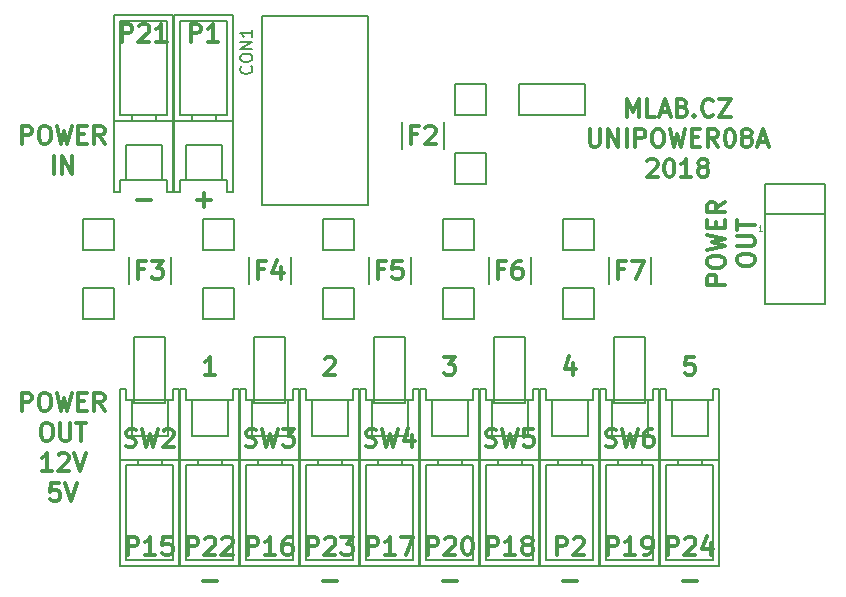
<source format=gbr>
G04 #@! TF.GenerationSoftware,KiCad,Pcbnew,(2017-02-05 revision 431abcf)-makepkg*
G04 #@! TF.CreationDate,2017-12-01T10:04:17+01:00*
G04 #@! TF.ProjectId,UNIPOWER08A,554E49504F5745523038412E6B696361,REV*
G04 #@! TF.FileFunction,Legend,Top*
G04 #@! TF.FilePolarity,Positive*
%FSLAX46Y46*%
G04 Gerber Fmt 4.6, Leading zero omitted, Abs format (unit mm)*
G04 Created by KiCad (PCBNEW (2017-02-05 revision 431abcf)-makepkg) date 12/01/17 10:04:17*
%MOMM*%
%LPD*%
G01*
G04 APERTURE LIST*
%ADD10C,0.300000*%
%ADD11C,0.150000*%
%ADD12C,0.127000*%
%ADD13C,0.304800*%
%ADD14C,0.203200*%
%ADD15C,0.050000*%
G04 APERTURE END LIST*
D10*
X131000571Y-88245142D02*
X132143428Y-88245142D01*
X131572000Y-88816571D02*
X131572000Y-87673714D01*
X125920571Y-88245142D02*
X127063428Y-88245142D01*
X167382571Y-81186571D02*
X167382571Y-79686571D01*
X167882571Y-80758000D01*
X168382571Y-79686571D01*
X168382571Y-81186571D01*
X169811142Y-81186571D02*
X169096857Y-81186571D01*
X169096857Y-79686571D01*
X170239714Y-80758000D02*
X170954000Y-80758000D01*
X170096857Y-81186571D02*
X170596857Y-79686571D01*
X171096857Y-81186571D01*
X172096857Y-80400857D02*
X172311142Y-80472285D01*
X172382571Y-80543714D01*
X172454000Y-80686571D01*
X172454000Y-80900857D01*
X172382571Y-81043714D01*
X172311142Y-81115142D01*
X172168285Y-81186571D01*
X171596857Y-81186571D01*
X171596857Y-79686571D01*
X172096857Y-79686571D01*
X172239714Y-79758000D01*
X172311142Y-79829428D01*
X172382571Y-79972285D01*
X172382571Y-80115142D01*
X172311142Y-80258000D01*
X172239714Y-80329428D01*
X172096857Y-80400857D01*
X171596857Y-80400857D01*
X173096857Y-81043714D02*
X173168285Y-81115142D01*
X173096857Y-81186571D01*
X173025428Y-81115142D01*
X173096857Y-81043714D01*
X173096857Y-81186571D01*
X174668285Y-81043714D02*
X174596857Y-81115142D01*
X174382571Y-81186571D01*
X174239714Y-81186571D01*
X174025428Y-81115142D01*
X173882571Y-80972285D01*
X173811142Y-80829428D01*
X173739714Y-80543714D01*
X173739714Y-80329428D01*
X173811142Y-80043714D01*
X173882571Y-79900857D01*
X174025428Y-79758000D01*
X174239714Y-79686571D01*
X174382571Y-79686571D01*
X174596857Y-79758000D01*
X174668285Y-79829428D01*
X175168285Y-79686571D02*
X176168285Y-79686571D01*
X175168285Y-81186571D01*
X176168285Y-81186571D01*
X164239714Y-82236571D02*
X164239714Y-83450857D01*
X164311142Y-83593714D01*
X164382571Y-83665142D01*
X164525428Y-83736571D01*
X164811142Y-83736571D01*
X164954000Y-83665142D01*
X165025428Y-83593714D01*
X165096857Y-83450857D01*
X165096857Y-82236571D01*
X165811142Y-83736571D02*
X165811142Y-82236571D01*
X166668285Y-83736571D01*
X166668285Y-82236571D01*
X167382571Y-83736571D02*
X167382571Y-82236571D01*
X168096857Y-83736571D02*
X168096857Y-82236571D01*
X168668285Y-82236571D01*
X168811142Y-82308000D01*
X168882571Y-82379428D01*
X168954000Y-82522285D01*
X168954000Y-82736571D01*
X168882571Y-82879428D01*
X168811142Y-82950857D01*
X168668285Y-83022285D01*
X168096857Y-83022285D01*
X169882571Y-82236571D02*
X170168285Y-82236571D01*
X170311142Y-82308000D01*
X170454000Y-82450857D01*
X170525428Y-82736571D01*
X170525428Y-83236571D01*
X170454000Y-83522285D01*
X170311142Y-83665142D01*
X170168285Y-83736571D01*
X169882571Y-83736571D01*
X169739714Y-83665142D01*
X169596857Y-83522285D01*
X169525428Y-83236571D01*
X169525428Y-82736571D01*
X169596857Y-82450857D01*
X169739714Y-82308000D01*
X169882571Y-82236571D01*
X171025428Y-82236571D02*
X171382571Y-83736571D01*
X171668285Y-82665142D01*
X171954000Y-83736571D01*
X172311142Y-82236571D01*
X172882571Y-82950857D02*
X173382571Y-82950857D01*
X173596857Y-83736571D02*
X172882571Y-83736571D01*
X172882571Y-82236571D01*
X173596857Y-82236571D01*
X175096857Y-83736571D02*
X174596857Y-83022285D01*
X174239714Y-83736571D02*
X174239714Y-82236571D01*
X174811142Y-82236571D01*
X174954000Y-82308000D01*
X175025428Y-82379428D01*
X175096857Y-82522285D01*
X175096857Y-82736571D01*
X175025428Y-82879428D01*
X174954000Y-82950857D01*
X174811142Y-83022285D01*
X174239714Y-83022285D01*
X176025428Y-82236571D02*
X176168285Y-82236571D01*
X176311142Y-82308000D01*
X176382571Y-82379428D01*
X176454000Y-82522285D01*
X176525428Y-82808000D01*
X176525428Y-83165142D01*
X176454000Y-83450857D01*
X176382571Y-83593714D01*
X176311142Y-83665142D01*
X176168285Y-83736571D01*
X176025428Y-83736571D01*
X175882571Y-83665142D01*
X175811142Y-83593714D01*
X175739714Y-83450857D01*
X175668285Y-83165142D01*
X175668285Y-82808000D01*
X175739714Y-82522285D01*
X175811142Y-82379428D01*
X175882571Y-82308000D01*
X176025428Y-82236571D01*
X177382571Y-82879428D02*
X177239714Y-82808000D01*
X177168285Y-82736571D01*
X177096857Y-82593714D01*
X177096857Y-82522285D01*
X177168285Y-82379428D01*
X177239714Y-82308000D01*
X177382571Y-82236571D01*
X177668285Y-82236571D01*
X177811142Y-82308000D01*
X177882571Y-82379428D01*
X177954000Y-82522285D01*
X177954000Y-82593714D01*
X177882571Y-82736571D01*
X177811142Y-82808000D01*
X177668285Y-82879428D01*
X177382571Y-82879428D01*
X177239714Y-82950857D01*
X177168285Y-83022285D01*
X177096857Y-83165142D01*
X177096857Y-83450857D01*
X177168285Y-83593714D01*
X177239714Y-83665142D01*
X177382571Y-83736571D01*
X177668285Y-83736571D01*
X177811142Y-83665142D01*
X177882571Y-83593714D01*
X177954000Y-83450857D01*
X177954000Y-83165142D01*
X177882571Y-83022285D01*
X177811142Y-82950857D01*
X177668285Y-82879428D01*
X178525428Y-83308000D02*
X179239714Y-83308000D01*
X178382571Y-83736571D02*
X178882571Y-82236571D01*
X179382571Y-83736571D01*
X169132571Y-84929428D02*
X169204000Y-84858000D01*
X169346857Y-84786571D01*
X169704000Y-84786571D01*
X169846857Y-84858000D01*
X169918285Y-84929428D01*
X169989714Y-85072285D01*
X169989714Y-85215142D01*
X169918285Y-85429428D01*
X169061142Y-86286571D01*
X169989714Y-86286571D01*
X170918285Y-84786571D02*
X171061142Y-84786571D01*
X171204000Y-84858000D01*
X171275428Y-84929428D01*
X171346857Y-85072285D01*
X171418285Y-85358000D01*
X171418285Y-85715142D01*
X171346857Y-86000857D01*
X171275428Y-86143714D01*
X171204000Y-86215142D01*
X171061142Y-86286571D01*
X170918285Y-86286571D01*
X170775428Y-86215142D01*
X170704000Y-86143714D01*
X170632571Y-86000857D01*
X170561142Y-85715142D01*
X170561142Y-85358000D01*
X170632571Y-85072285D01*
X170704000Y-84929428D01*
X170775428Y-84858000D01*
X170918285Y-84786571D01*
X172846857Y-86286571D02*
X171989714Y-86286571D01*
X172418285Y-86286571D02*
X172418285Y-84786571D01*
X172275428Y-85000857D01*
X172132571Y-85143714D01*
X171989714Y-85215142D01*
X173704000Y-85429428D02*
X173561142Y-85358000D01*
X173489714Y-85286571D01*
X173418285Y-85143714D01*
X173418285Y-85072285D01*
X173489714Y-84929428D01*
X173561142Y-84858000D01*
X173704000Y-84786571D01*
X173989714Y-84786571D01*
X174132571Y-84858000D01*
X174204000Y-84929428D01*
X174275428Y-85072285D01*
X174275428Y-85143714D01*
X174204000Y-85286571D01*
X174132571Y-85358000D01*
X173989714Y-85429428D01*
X173704000Y-85429428D01*
X173561142Y-85500857D01*
X173489714Y-85572285D01*
X173418285Y-85715142D01*
X173418285Y-86000857D01*
X173489714Y-86143714D01*
X173561142Y-86215142D01*
X173704000Y-86286571D01*
X173989714Y-86286571D01*
X174132571Y-86215142D01*
X174204000Y-86143714D01*
X174275428Y-86000857D01*
X174275428Y-85715142D01*
X174204000Y-85572285D01*
X174132571Y-85500857D01*
X173989714Y-85429428D01*
X116169714Y-83477571D02*
X116169714Y-81977571D01*
X116741142Y-81977571D01*
X116884000Y-82049000D01*
X116955428Y-82120428D01*
X117026857Y-82263285D01*
X117026857Y-82477571D01*
X116955428Y-82620428D01*
X116884000Y-82691857D01*
X116741142Y-82763285D01*
X116169714Y-82763285D01*
X117955428Y-81977571D02*
X118241142Y-81977571D01*
X118384000Y-82049000D01*
X118526857Y-82191857D01*
X118598285Y-82477571D01*
X118598285Y-82977571D01*
X118526857Y-83263285D01*
X118384000Y-83406142D01*
X118241142Y-83477571D01*
X117955428Y-83477571D01*
X117812571Y-83406142D01*
X117669714Y-83263285D01*
X117598285Y-82977571D01*
X117598285Y-82477571D01*
X117669714Y-82191857D01*
X117812571Y-82049000D01*
X117955428Y-81977571D01*
X119098285Y-81977571D02*
X119455428Y-83477571D01*
X119741142Y-82406142D01*
X120026857Y-83477571D01*
X120384000Y-81977571D01*
X120955428Y-82691857D02*
X121455428Y-82691857D01*
X121669714Y-83477571D02*
X120955428Y-83477571D01*
X120955428Y-81977571D01*
X121669714Y-81977571D01*
X123169714Y-83477571D02*
X122669714Y-82763285D01*
X122312571Y-83477571D02*
X122312571Y-81977571D01*
X122884000Y-81977571D01*
X123026857Y-82049000D01*
X123098285Y-82120428D01*
X123169714Y-82263285D01*
X123169714Y-82477571D01*
X123098285Y-82620428D01*
X123026857Y-82691857D01*
X122884000Y-82763285D01*
X122312571Y-82763285D01*
X118848285Y-86027571D02*
X118848285Y-84527571D01*
X119562571Y-86027571D02*
X119562571Y-84527571D01*
X120419714Y-86027571D01*
X120419714Y-84527571D01*
X116169714Y-106073571D02*
X116169714Y-104573571D01*
X116741142Y-104573571D01*
X116884000Y-104645000D01*
X116955428Y-104716428D01*
X117026857Y-104859285D01*
X117026857Y-105073571D01*
X116955428Y-105216428D01*
X116884000Y-105287857D01*
X116741142Y-105359285D01*
X116169714Y-105359285D01*
X117955428Y-104573571D02*
X118241142Y-104573571D01*
X118384000Y-104645000D01*
X118526857Y-104787857D01*
X118598285Y-105073571D01*
X118598285Y-105573571D01*
X118526857Y-105859285D01*
X118384000Y-106002142D01*
X118241142Y-106073571D01*
X117955428Y-106073571D01*
X117812571Y-106002142D01*
X117669714Y-105859285D01*
X117598285Y-105573571D01*
X117598285Y-105073571D01*
X117669714Y-104787857D01*
X117812571Y-104645000D01*
X117955428Y-104573571D01*
X119098285Y-104573571D02*
X119455428Y-106073571D01*
X119741142Y-105002142D01*
X120026857Y-106073571D01*
X120384000Y-104573571D01*
X120955428Y-105287857D02*
X121455428Y-105287857D01*
X121669714Y-106073571D02*
X120955428Y-106073571D01*
X120955428Y-104573571D01*
X121669714Y-104573571D01*
X123169714Y-106073571D02*
X122669714Y-105359285D01*
X122312571Y-106073571D02*
X122312571Y-104573571D01*
X122884000Y-104573571D01*
X123026857Y-104645000D01*
X123098285Y-104716428D01*
X123169714Y-104859285D01*
X123169714Y-105073571D01*
X123098285Y-105216428D01*
X123026857Y-105287857D01*
X122884000Y-105359285D01*
X122312571Y-105359285D01*
X118134000Y-107123571D02*
X118419714Y-107123571D01*
X118562571Y-107195000D01*
X118705428Y-107337857D01*
X118776857Y-107623571D01*
X118776857Y-108123571D01*
X118705428Y-108409285D01*
X118562571Y-108552142D01*
X118419714Y-108623571D01*
X118134000Y-108623571D01*
X117991142Y-108552142D01*
X117848285Y-108409285D01*
X117776857Y-108123571D01*
X117776857Y-107623571D01*
X117848285Y-107337857D01*
X117991142Y-107195000D01*
X118134000Y-107123571D01*
X119419714Y-107123571D02*
X119419714Y-108337857D01*
X119491142Y-108480714D01*
X119562571Y-108552142D01*
X119705428Y-108623571D01*
X119991142Y-108623571D01*
X120134000Y-108552142D01*
X120205428Y-108480714D01*
X120276857Y-108337857D01*
X120276857Y-107123571D01*
X120776857Y-107123571D02*
X121634000Y-107123571D01*
X121205428Y-108623571D02*
X121205428Y-107123571D01*
X118705428Y-111173571D02*
X117848285Y-111173571D01*
X118276857Y-111173571D02*
X118276857Y-109673571D01*
X118134000Y-109887857D01*
X117991142Y-110030714D01*
X117848285Y-110102142D01*
X119276857Y-109816428D02*
X119348285Y-109745000D01*
X119491142Y-109673571D01*
X119848285Y-109673571D01*
X119991142Y-109745000D01*
X120062571Y-109816428D01*
X120134000Y-109959285D01*
X120134000Y-110102142D01*
X120062571Y-110316428D01*
X119205428Y-111173571D01*
X120134000Y-111173571D01*
X120562571Y-109673571D02*
X121062571Y-111173571D01*
X121562571Y-109673571D01*
X119348285Y-112223571D02*
X118634000Y-112223571D01*
X118562571Y-112937857D01*
X118634000Y-112866428D01*
X118776857Y-112795000D01*
X119134000Y-112795000D01*
X119276857Y-112866428D01*
X119348285Y-112937857D01*
X119419714Y-113080714D01*
X119419714Y-113437857D01*
X119348285Y-113580714D01*
X119276857Y-113652142D01*
X119134000Y-113723571D01*
X118776857Y-113723571D01*
X118634000Y-113652142D01*
X118562571Y-113580714D01*
X119848285Y-112223571D02*
X120348285Y-113723571D01*
X120848285Y-112223571D01*
X173077142Y-101540571D02*
X172362857Y-101540571D01*
X172291428Y-102254857D01*
X172362857Y-102183428D01*
X172505714Y-102112000D01*
X172862857Y-102112000D01*
X173005714Y-102183428D01*
X173077142Y-102254857D01*
X173148571Y-102397714D01*
X173148571Y-102754857D01*
X173077142Y-102897714D01*
X173005714Y-102969142D01*
X172862857Y-103040571D01*
X172505714Y-103040571D01*
X172362857Y-102969142D01*
X172291428Y-102897714D01*
X162845714Y-102040571D02*
X162845714Y-103040571D01*
X162488571Y-101469142D02*
X162131428Y-102540571D01*
X163060000Y-102540571D01*
X151900000Y-101540571D02*
X152828571Y-101540571D01*
X152328571Y-102112000D01*
X152542857Y-102112000D01*
X152685714Y-102183428D01*
X152757142Y-102254857D01*
X152828571Y-102397714D01*
X152828571Y-102754857D01*
X152757142Y-102897714D01*
X152685714Y-102969142D01*
X152542857Y-103040571D01*
X152114285Y-103040571D01*
X151971428Y-102969142D01*
X151900000Y-102897714D01*
X141811428Y-101683428D02*
X141882857Y-101612000D01*
X142025714Y-101540571D01*
X142382857Y-101540571D01*
X142525714Y-101612000D01*
X142597142Y-101683428D01*
X142668571Y-101826285D01*
X142668571Y-101969142D01*
X142597142Y-102183428D01*
X141740000Y-103040571D01*
X142668571Y-103040571D01*
X132508571Y-103040571D02*
X131651428Y-103040571D01*
X132080000Y-103040571D02*
X132080000Y-101540571D01*
X131937142Y-101754857D01*
X131794285Y-101897714D01*
X131651428Y-101969142D01*
X175679571Y-95412285D02*
X174179571Y-95412285D01*
X174179571Y-94840857D01*
X174251000Y-94698000D01*
X174322428Y-94626571D01*
X174465285Y-94555142D01*
X174679571Y-94555142D01*
X174822428Y-94626571D01*
X174893857Y-94698000D01*
X174965285Y-94840857D01*
X174965285Y-95412285D01*
X174179571Y-93626571D02*
X174179571Y-93340857D01*
X174251000Y-93198000D01*
X174393857Y-93055142D01*
X174679571Y-92983714D01*
X175179571Y-92983714D01*
X175465285Y-93055142D01*
X175608142Y-93198000D01*
X175679571Y-93340857D01*
X175679571Y-93626571D01*
X175608142Y-93769428D01*
X175465285Y-93912285D01*
X175179571Y-93983714D01*
X174679571Y-93983714D01*
X174393857Y-93912285D01*
X174251000Y-93769428D01*
X174179571Y-93626571D01*
X174179571Y-92483714D02*
X175679571Y-92126571D01*
X174608142Y-91840857D01*
X175679571Y-91555142D01*
X174179571Y-91198000D01*
X174893857Y-90626571D02*
X174893857Y-90126571D01*
X175679571Y-89912285D02*
X175679571Y-90626571D01*
X174179571Y-90626571D01*
X174179571Y-89912285D01*
X175679571Y-88412285D02*
X174965285Y-88912285D01*
X175679571Y-89269428D02*
X174179571Y-89269428D01*
X174179571Y-88698000D01*
X174251000Y-88555142D01*
X174322428Y-88483714D01*
X174465285Y-88412285D01*
X174679571Y-88412285D01*
X174822428Y-88483714D01*
X174893857Y-88555142D01*
X174965285Y-88698000D01*
X174965285Y-89269428D01*
X176729571Y-93448000D02*
X176729571Y-93162285D01*
X176801000Y-93019428D01*
X176943857Y-92876571D01*
X177229571Y-92805142D01*
X177729571Y-92805142D01*
X178015285Y-92876571D01*
X178158142Y-93019428D01*
X178229571Y-93162285D01*
X178229571Y-93448000D01*
X178158142Y-93590857D01*
X178015285Y-93733714D01*
X177729571Y-93805142D01*
X177229571Y-93805142D01*
X176943857Y-93733714D01*
X176801000Y-93590857D01*
X176729571Y-93448000D01*
X176729571Y-92162285D02*
X177943857Y-92162285D01*
X178086714Y-92090857D01*
X178158142Y-92019428D01*
X178229571Y-91876571D01*
X178229571Y-91590857D01*
X178158142Y-91448000D01*
X178086714Y-91376571D01*
X177943857Y-91305142D01*
X176729571Y-91305142D01*
X176729571Y-90805142D02*
X176729571Y-89948000D01*
X178229571Y-90376571D02*
X176729571Y-90376571D01*
X172148571Y-120503142D02*
X173291428Y-120503142D01*
X161988571Y-120503142D02*
X163131428Y-120503142D01*
X151828571Y-120503142D02*
X152971428Y-120503142D01*
X141668571Y-120503142D02*
X142811428Y-120503142D01*
X131508571Y-120503142D02*
X132651428Y-120503142D01*
D11*
X151892000Y-81661000D02*
X151892000Y-83947000D01*
X148336000Y-81661000D02*
X148336000Y-83947000D01*
X128778000Y-95377000D02*
X128778000Y-93091000D01*
X125222000Y-95377000D02*
X125222000Y-93091000D01*
X138938000Y-95377000D02*
X138938000Y-93091000D01*
X135382000Y-95377000D02*
X135382000Y-93091000D01*
X145542000Y-95377000D02*
X145542000Y-93091000D01*
X149098000Y-95377000D02*
X149098000Y-93091000D01*
X155702000Y-95377000D02*
X155702000Y-93091000D01*
X159258000Y-95377000D02*
X159258000Y-93091000D01*
X134072000Y-72550000D02*
X134072000Y-81550000D01*
X129072000Y-81550000D02*
X129072000Y-72550000D01*
X134072000Y-81550000D02*
X134072000Y-87550000D01*
X133572000Y-73049900D02*
X133572000Y-81049900D01*
X133072000Y-83550000D02*
X133072000Y-86550000D01*
X129072000Y-81550000D02*
X129072000Y-87550000D01*
X129572000Y-73049900D02*
X129572000Y-81049900D01*
X130072000Y-83550000D02*
X130072000Y-86550000D01*
X133572000Y-86550000D02*
X133572000Y-87550000D01*
X132572000Y-81049900D02*
X132572000Y-81550000D01*
X129572000Y-86550000D02*
X129572000Y-87550000D01*
X130572000Y-81049900D02*
X130572000Y-81550000D01*
X129572000Y-73049900D02*
X133572000Y-73049900D01*
X133572000Y-81049900D02*
X129572000Y-81049900D01*
X130071900Y-83550000D02*
X133072100Y-83550000D01*
X133572000Y-86550000D02*
X129572000Y-86550000D01*
X129071900Y-72550000D02*
X134072100Y-72550000D01*
X129071900Y-81550000D02*
X134072100Y-81550000D01*
X133572000Y-87550000D02*
X134072000Y-87550000D01*
X129072000Y-87550000D02*
X129572000Y-87550000D01*
X165060000Y-104220000D02*
X164560000Y-104220000D01*
X160560000Y-104220000D02*
X160060000Y-104220000D01*
X165060100Y-110220000D02*
X160059900Y-110220000D01*
X165060100Y-119220000D02*
X160059900Y-119220000D01*
X160560000Y-105220000D02*
X164560000Y-105220000D01*
X164060100Y-108220000D02*
X161059900Y-108220000D01*
X160560000Y-110720100D02*
X164560000Y-110720100D01*
X164560000Y-118720100D02*
X160560000Y-118720100D01*
X163560000Y-110720100D02*
X163560000Y-110220000D01*
X164560000Y-105220000D02*
X164560000Y-104220000D01*
X161560000Y-110720100D02*
X161560000Y-110220000D01*
X160560000Y-105220000D02*
X160560000Y-104220000D01*
X164060000Y-108220000D02*
X164060000Y-105220000D01*
X164560000Y-118720100D02*
X164560000Y-110720100D01*
X165060000Y-110220000D02*
X165060000Y-104220000D01*
X161060000Y-108220000D02*
X161060000Y-105220000D01*
X160560000Y-118720100D02*
X160560000Y-110720100D01*
X160060000Y-110220000D02*
X160060000Y-104220000D01*
X165060000Y-110220000D02*
X165060000Y-119220000D01*
X160060000Y-119220000D02*
X160060000Y-110220000D01*
X124500000Y-119220000D02*
X124500000Y-110220000D01*
X129500000Y-110220000D02*
X129500000Y-119220000D01*
X124500000Y-110220000D02*
X124500000Y-104220000D01*
X125000000Y-118720100D02*
X125000000Y-110720100D01*
X125500000Y-108220000D02*
X125500000Y-105220000D01*
X129500000Y-110220000D02*
X129500000Y-104220000D01*
X129000000Y-118720100D02*
X129000000Y-110720100D01*
X128500000Y-108220000D02*
X128500000Y-105220000D01*
X125000000Y-105220000D02*
X125000000Y-104220000D01*
X126000000Y-110720100D02*
X126000000Y-110220000D01*
X129000000Y-105220000D02*
X129000000Y-104220000D01*
X128000000Y-110720100D02*
X128000000Y-110220000D01*
X129000000Y-118720100D02*
X125000000Y-118720100D01*
X125000000Y-110720100D02*
X129000000Y-110720100D01*
X128500100Y-108220000D02*
X125499900Y-108220000D01*
X125000000Y-105220000D02*
X129000000Y-105220000D01*
X129500100Y-119220000D02*
X124499900Y-119220000D01*
X129500100Y-110220000D02*
X124499900Y-110220000D01*
X125000000Y-104220000D02*
X124500000Y-104220000D01*
X129500000Y-104220000D02*
X129000000Y-104220000D01*
X139660000Y-104220000D02*
X139160000Y-104220000D01*
X135160000Y-104220000D02*
X134660000Y-104220000D01*
X139660100Y-110220000D02*
X134659900Y-110220000D01*
X139660100Y-119220000D02*
X134659900Y-119220000D01*
X135160000Y-105220000D02*
X139160000Y-105220000D01*
X138660100Y-108220000D02*
X135659900Y-108220000D01*
X135160000Y-110720100D02*
X139160000Y-110720100D01*
X139160000Y-118720100D02*
X135160000Y-118720100D01*
X138160000Y-110720100D02*
X138160000Y-110220000D01*
X139160000Y-105220000D02*
X139160000Y-104220000D01*
X136160000Y-110720100D02*
X136160000Y-110220000D01*
X135160000Y-105220000D02*
X135160000Y-104220000D01*
X138660000Y-108220000D02*
X138660000Y-105220000D01*
X139160000Y-118720100D02*
X139160000Y-110720100D01*
X139660000Y-110220000D02*
X139660000Y-104220000D01*
X135660000Y-108220000D02*
X135660000Y-105220000D01*
X135160000Y-118720100D02*
X135160000Y-110720100D01*
X134660000Y-110220000D02*
X134660000Y-104220000D01*
X139660000Y-110220000D02*
X139660000Y-119220000D01*
X134660000Y-119220000D02*
X134660000Y-110220000D01*
X144820000Y-119220000D02*
X144820000Y-110220000D01*
X149820000Y-110220000D02*
X149820000Y-119220000D01*
X144820000Y-110220000D02*
X144820000Y-104220000D01*
X145320000Y-118720100D02*
X145320000Y-110720100D01*
X145820000Y-108220000D02*
X145820000Y-105220000D01*
X149820000Y-110220000D02*
X149820000Y-104220000D01*
X149320000Y-118720100D02*
X149320000Y-110720100D01*
X148820000Y-108220000D02*
X148820000Y-105220000D01*
X145320000Y-105220000D02*
X145320000Y-104220000D01*
X146320000Y-110720100D02*
X146320000Y-110220000D01*
X149320000Y-105220000D02*
X149320000Y-104220000D01*
X148320000Y-110720100D02*
X148320000Y-110220000D01*
X149320000Y-118720100D02*
X145320000Y-118720100D01*
X145320000Y-110720100D02*
X149320000Y-110720100D01*
X148820100Y-108220000D02*
X145819900Y-108220000D01*
X145320000Y-105220000D02*
X149320000Y-105220000D01*
X149820100Y-119220000D02*
X144819900Y-119220000D01*
X149820100Y-110220000D02*
X144819900Y-110220000D01*
X145320000Y-104220000D02*
X144820000Y-104220000D01*
X149820000Y-104220000D02*
X149320000Y-104220000D01*
X154980000Y-119220000D02*
X154980000Y-110220000D01*
X159980000Y-110220000D02*
X159980000Y-119220000D01*
X154980000Y-110220000D02*
X154980000Y-104220000D01*
X155480000Y-118720100D02*
X155480000Y-110720100D01*
X155980000Y-108220000D02*
X155980000Y-105220000D01*
X159980000Y-110220000D02*
X159980000Y-104220000D01*
X159480000Y-118720100D02*
X159480000Y-110720100D01*
X158980000Y-108220000D02*
X158980000Y-105220000D01*
X155480000Y-105220000D02*
X155480000Y-104220000D01*
X156480000Y-110720100D02*
X156480000Y-110220000D01*
X159480000Y-105220000D02*
X159480000Y-104220000D01*
X158480000Y-110720100D02*
X158480000Y-110220000D01*
X159480000Y-118720100D02*
X155480000Y-118720100D01*
X155480000Y-110720100D02*
X159480000Y-110720100D01*
X158980100Y-108220000D02*
X155979900Y-108220000D01*
X155480000Y-105220000D02*
X159480000Y-105220000D01*
X159980100Y-119220000D02*
X154979900Y-119220000D01*
X159980100Y-110220000D02*
X154979900Y-110220000D01*
X155480000Y-104220000D02*
X154980000Y-104220000D01*
X159980000Y-104220000D02*
X159480000Y-104220000D01*
X170140000Y-104220000D02*
X169640000Y-104220000D01*
X165640000Y-104220000D02*
X165140000Y-104220000D01*
X170140100Y-110220000D02*
X165139900Y-110220000D01*
X170140100Y-119220000D02*
X165139900Y-119220000D01*
X165640000Y-105220000D02*
X169640000Y-105220000D01*
X169140100Y-108220000D02*
X166139900Y-108220000D01*
X165640000Y-110720100D02*
X169640000Y-110720100D01*
X169640000Y-118720100D02*
X165640000Y-118720100D01*
X168640000Y-110720100D02*
X168640000Y-110220000D01*
X169640000Y-105220000D02*
X169640000Y-104220000D01*
X166640000Y-110720100D02*
X166640000Y-110220000D01*
X165640000Y-105220000D02*
X165640000Y-104220000D01*
X169140000Y-108220000D02*
X169140000Y-105220000D01*
X169640000Y-118720100D02*
X169640000Y-110720100D01*
X170140000Y-110220000D02*
X170140000Y-104220000D01*
X166140000Y-108220000D02*
X166140000Y-105220000D01*
X165640000Y-118720100D02*
X165640000Y-110720100D01*
X165140000Y-110220000D02*
X165140000Y-104220000D01*
X170140000Y-110220000D02*
X170140000Y-119220000D01*
X165140000Y-119220000D02*
X165140000Y-110220000D01*
X154900000Y-104220000D02*
X154400000Y-104220000D01*
X150400000Y-104220000D02*
X149900000Y-104220000D01*
X154900100Y-110220000D02*
X149899900Y-110220000D01*
X154900100Y-119220000D02*
X149899900Y-119220000D01*
X150400000Y-105220000D02*
X154400000Y-105220000D01*
X153900100Y-108220000D02*
X150899900Y-108220000D01*
X150400000Y-110720100D02*
X154400000Y-110720100D01*
X154400000Y-118720100D02*
X150400000Y-118720100D01*
X153400000Y-110720100D02*
X153400000Y-110220000D01*
X154400000Y-105220000D02*
X154400000Y-104220000D01*
X151400000Y-110720100D02*
X151400000Y-110220000D01*
X150400000Y-105220000D02*
X150400000Y-104220000D01*
X153900000Y-108220000D02*
X153900000Y-105220000D01*
X154400000Y-118720100D02*
X154400000Y-110720100D01*
X154900000Y-110220000D02*
X154900000Y-104220000D01*
X150900000Y-108220000D02*
X150900000Y-105220000D01*
X150400000Y-118720100D02*
X150400000Y-110720100D01*
X149900000Y-110220000D02*
X149900000Y-104220000D01*
X154900000Y-110220000D02*
X154900000Y-119220000D01*
X149900000Y-119220000D02*
X149900000Y-110220000D01*
X128992000Y-72550000D02*
X128992000Y-81550000D01*
X123992000Y-81550000D02*
X123992000Y-72550000D01*
X128992000Y-81550000D02*
X128992000Y-87550000D01*
X128492000Y-73049900D02*
X128492000Y-81049900D01*
X127992000Y-83550000D02*
X127992000Y-86550000D01*
X123992000Y-81550000D02*
X123992000Y-87550000D01*
X124492000Y-73049900D02*
X124492000Y-81049900D01*
X124992000Y-83550000D02*
X124992000Y-86550000D01*
X128492000Y-86550000D02*
X128492000Y-87550000D01*
X127492000Y-81049900D02*
X127492000Y-81550000D01*
X124492000Y-86550000D02*
X124492000Y-87550000D01*
X125492000Y-81049900D02*
X125492000Y-81550000D01*
X124492000Y-73049900D02*
X128492000Y-73049900D01*
X128492000Y-81049900D02*
X124492000Y-81049900D01*
X124991900Y-83550000D02*
X127992100Y-83550000D01*
X128492000Y-86550000D02*
X124492000Y-86550000D01*
X123991900Y-72550000D02*
X128992100Y-72550000D01*
X123991900Y-81550000D02*
X128992100Y-81550000D01*
X128492000Y-87550000D02*
X128992000Y-87550000D01*
X123992000Y-87550000D02*
X124492000Y-87550000D01*
X129580000Y-119220000D02*
X129580000Y-110220000D01*
X134580000Y-110220000D02*
X134580000Y-119220000D01*
X129580000Y-110220000D02*
X129580000Y-104220000D01*
X130080000Y-118720100D02*
X130080000Y-110720100D01*
X130580000Y-108220000D02*
X130580000Y-105220000D01*
X134580000Y-110220000D02*
X134580000Y-104220000D01*
X134080000Y-118720100D02*
X134080000Y-110720100D01*
X133580000Y-108220000D02*
X133580000Y-105220000D01*
X130080000Y-105220000D02*
X130080000Y-104220000D01*
X131080000Y-110720100D02*
X131080000Y-110220000D01*
X134080000Y-105220000D02*
X134080000Y-104220000D01*
X133080000Y-110720100D02*
X133080000Y-110220000D01*
X134080000Y-118720100D02*
X130080000Y-118720100D01*
X130080000Y-110720100D02*
X134080000Y-110720100D01*
X133580100Y-108220000D02*
X130579900Y-108220000D01*
X130080000Y-105220000D02*
X134080000Y-105220000D01*
X134580100Y-119220000D02*
X129579900Y-119220000D01*
X134580100Y-110220000D02*
X129579900Y-110220000D01*
X130080000Y-104220000D02*
X129580000Y-104220000D01*
X134580000Y-104220000D02*
X134080000Y-104220000D01*
X144740000Y-104220000D02*
X144240000Y-104220000D01*
X140240000Y-104220000D02*
X139740000Y-104220000D01*
X144740100Y-110220000D02*
X139739900Y-110220000D01*
X144740100Y-119220000D02*
X139739900Y-119220000D01*
X140240000Y-105220000D02*
X144240000Y-105220000D01*
X143740100Y-108220000D02*
X140739900Y-108220000D01*
X140240000Y-110720100D02*
X144240000Y-110720100D01*
X144240000Y-118720100D02*
X140240000Y-118720100D01*
X143240000Y-110720100D02*
X143240000Y-110220000D01*
X144240000Y-105220000D02*
X144240000Y-104220000D01*
X141240000Y-110720100D02*
X141240000Y-110220000D01*
X140240000Y-105220000D02*
X140240000Y-104220000D01*
X143740000Y-108220000D02*
X143740000Y-105220000D01*
X144240000Y-118720100D02*
X144240000Y-110720100D01*
X144740000Y-110220000D02*
X144740000Y-104220000D01*
X140740000Y-108220000D02*
X140740000Y-105220000D01*
X140240000Y-118720100D02*
X140240000Y-110720100D01*
X139740000Y-110220000D02*
X139740000Y-104220000D01*
X144740000Y-110220000D02*
X144740000Y-119220000D01*
X139740000Y-119220000D02*
X139740000Y-110220000D01*
X175220000Y-104220000D02*
X174720000Y-104220000D01*
X170720000Y-104220000D02*
X170220000Y-104220000D01*
X175220100Y-110220000D02*
X170219900Y-110220000D01*
X175220100Y-119220000D02*
X170219900Y-119220000D01*
X170720000Y-105220000D02*
X174720000Y-105220000D01*
X174220100Y-108220000D02*
X171219900Y-108220000D01*
X170720000Y-110720100D02*
X174720000Y-110720100D01*
X174720000Y-118720100D02*
X170720000Y-118720100D01*
X173720000Y-110720100D02*
X173720000Y-110220000D01*
X174720000Y-105220000D02*
X174720000Y-104220000D01*
X171720000Y-110720100D02*
X171720000Y-110220000D01*
X170720000Y-105220000D02*
X170720000Y-104220000D01*
X174220000Y-108220000D02*
X174220000Y-105220000D01*
X174720000Y-118720100D02*
X174720000Y-110720100D01*
X175220000Y-110220000D02*
X175220000Y-104220000D01*
X171220000Y-108220000D02*
X171220000Y-105220000D01*
X170720000Y-118720100D02*
X170720000Y-110720100D01*
X170220000Y-110220000D02*
X170220000Y-104220000D01*
X175220000Y-110220000D02*
X175220000Y-119220000D01*
X170220000Y-119220000D02*
X170220000Y-110220000D01*
D12*
X136470000Y-72660000D02*
X136470000Y-88660000D01*
X145470000Y-72660000D02*
X136470000Y-72660000D01*
X145470000Y-88660000D02*
X145470000Y-72660000D01*
X136470000Y-88660000D02*
X145470000Y-88660000D01*
D11*
X169418000Y-95377000D02*
X169418000Y-93091000D01*
X165862000Y-95377000D02*
X165862000Y-93091000D01*
X152878000Y-84298000D02*
X155478000Y-84298000D01*
X155478000Y-84298000D02*
X155478000Y-86898000D01*
X155478000Y-86898000D02*
X152878000Y-86898000D01*
X152878000Y-86898000D02*
X152878000Y-84298000D01*
X152878000Y-81056000D02*
X152878000Y-78456000D01*
X155478000Y-81056000D02*
X152878000Y-81056000D01*
X155478000Y-78456000D02*
X155478000Y-81056000D01*
X152878000Y-78456000D02*
X155478000Y-78456000D01*
X151862000Y-92486000D02*
X151862000Y-89886000D01*
X154462000Y-92486000D02*
X151862000Y-92486000D01*
X154462000Y-89886000D02*
X154462000Y-92486000D01*
X151862000Y-89886000D02*
X154462000Y-89886000D01*
X141702000Y-89886000D02*
X144302000Y-89886000D01*
X144302000Y-89886000D02*
X144302000Y-92486000D01*
X144302000Y-92486000D02*
X141702000Y-92486000D01*
X141702000Y-92486000D02*
X141702000Y-89886000D01*
X162022000Y-89886000D02*
X164622000Y-89886000D01*
X164622000Y-89886000D02*
X164622000Y-92486000D01*
X164622000Y-92486000D02*
X162022000Y-92486000D01*
X162022000Y-92486000D02*
X162022000Y-89886000D01*
X131542000Y-89886000D02*
X134142000Y-89886000D01*
X134142000Y-89886000D02*
X134142000Y-92486000D01*
X134142000Y-92486000D02*
X131542000Y-92486000D01*
X131542000Y-92486000D02*
X131542000Y-89886000D01*
X121382000Y-89886000D02*
X123982000Y-89886000D01*
X123982000Y-89886000D02*
X123982000Y-92486000D01*
X123982000Y-92486000D02*
X121382000Y-92486000D01*
X121382000Y-92486000D02*
X121382000Y-89886000D01*
X121382000Y-98328000D02*
X121382000Y-95728000D01*
X123982000Y-98328000D02*
X121382000Y-98328000D01*
X123982000Y-95728000D02*
X123982000Y-98328000D01*
X121382000Y-95728000D02*
X123982000Y-95728000D01*
X131542000Y-98328000D02*
X131542000Y-95728000D01*
X134142000Y-98328000D02*
X131542000Y-98328000D01*
X134142000Y-95728000D02*
X134142000Y-98328000D01*
X131542000Y-95728000D02*
X134142000Y-95728000D01*
X141702000Y-98328000D02*
X141702000Y-95728000D01*
X144302000Y-98328000D02*
X141702000Y-98328000D01*
X144302000Y-95728000D02*
X144302000Y-98328000D01*
X141702000Y-95728000D02*
X144302000Y-95728000D01*
X151862000Y-98328000D02*
X151862000Y-95728000D01*
X154462000Y-98328000D02*
X151862000Y-98328000D01*
X154462000Y-95728000D02*
X154462000Y-98328000D01*
X151862000Y-95728000D02*
X154462000Y-95728000D01*
X162022000Y-95728000D02*
X164622000Y-95728000D01*
X164622000Y-95728000D02*
X164622000Y-98328000D01*
X164622000Y-98328000D02*
X162022000Y-98328000D01*
X162022000Y-98328000D02*
X162022000Y-95728000D01*
X163836000Y-78456000D02*
X163836000Y-81056000D01*
X158236000Y-78456000D02*
X163836000Y-78456000D01*
X158236000Y-81056000D02*
X158236000Y-78456000D01*
X163836000Y-81056000D02*
X158236000Y-81056000D01*
X128300000Y-105416000D02*
X125700000Y-105416000D01*
X128300000Y-99816000D02*
X128300000Y-105416000D01*
X125700000Y-99816000D02*
X128300000Y-99816000D01*
X125700000Y-105416000D02*
X125700000Y-99816000D01*
X135860000Y-105416000D02*
X135860000Y-99816000D01*
X135860000Y-99816000D02*
X138460000Y-99816000D01*
X138460000Y-99816000D02*
X138460000Y-105416000D01*
X138460000Y-105416000D02*
X135860000Y-105416000D01*
X148620000Y-105416000D02*
X146020000Y-105416000D01*
X148620000Y-99816000D02*
X148620000Y-105416000D01*
X146020000Y-99816000D02*
X148620000Y-99816000D01*
X146020000Y-105416000D02*
X146020000Y-99816000D01*
X156180000Y-105416000D02*
X156180000Y-99816000D01*
X156180000Y-99816000D02*
X158780000Y-99816000D01*
X158780000Y-99816000D02*
X158780000Y-105416000D01*
X158780000Y-105416000D02*
X156180000Y-105416000D01*
X166340000Y-105416000D02*
X166340000Y-99816000D01*
X166340000Y-99816000D02*
X168940000Y-99816000D01*
X168940000Y-99816000D02*
X168940000Y-105416000D01*
X168940000Y-105416000D02*
X166340000Y-105416000D01*
X179070000Y-86868000D02*
X184150000Y-86868000D01*
X184150000Y-86868000D02*
X184150000Y-89408000D01*
X184150000Y-89408000D02*
X179070000Y-89408000D01*
X179070000Y-89408000D02*
X179070000Y-86868000D01*
X179070000Y-89408000D02*
X184150000Y-89408000D01*
X184150000Y-89408000D02*
X184150000Y-97028000D01*
X184150000Y-97028000D02*
X179070000Y-97028000D01*
X179070000Y-97028000D02*
X179070000Y-89408000D01*
D13*
X149606000Y-82695142D02*
X149098000Y-82695142D01*
X149098000Y-83493428D02*
X149098000Y-81969428D01*
X149823714Y-81969428D01*
X150331714Y-82114571D02*
X150404285Y-82042000D01*
X150549428Y-81969428D01*
X150912285Y-81969428D01*
X151057428Y-82042000D01*
X151130000Y-82114571D01*
X151202571Y-82259714D01*
X151202571Y-82404857D01*
X151130000Y-82622571D01*
X150259142Y-83493428D01*
X151202571Y-83493428D01*
X126492000Y-94125142D02*
X125984000Y-94125142D01*
X125984000Y-94923428D02*
X125984000Y-93399428D01*
X126709714Y-93399428D01*
X127145142Y-93399428D02*
X128088571Y-93399428D01*
X127580571Y-93980000D01*
X127798285Y-93980000D01*
X127943428Y-94052571D01*
X128016000Y-94125142D01*
X128088571Y-94270285D01*
X128088571Y-94633142D01*
X128016000Y-94778285D01*
X127943428Y-94850857D01*
X127798285Y-94923428D01*
X127362857Y-94923428D01*
X127217714Y-94850857D01*
X127145142Y-94778285D01*
X136652000Y-94125142D02*
X136144000Y-94125142D01*
X136144000Y-94923428D02*
X136144000Y-93399428D01*
X136869714Y-93399428D01*
X138103428Y-93907428D02*
X138103428Y-94923428D01*
X137740571Y-93326857D02*
X137377714Y-94415428D01*
X138321142Y-94415428D01*
X146812000Y-94125142D02*
X146304000Y-94125142D01*
X146304000Y-94923428D02*
X146304000Y-93399428D01*
X147029714Y-93399428D01*
X148336000Y-93399428D02*
X147610285Y-93399428D01*
X147537714Y-94125142D01*
X147610285Y-94052571D01*
X147755428Y-93980000D01*
X148118285Y-93980000D01*
X148263428Y-94052571D01*
X148336000Y-94125142D01*
X148408571Y-94270285D01*
X148408571Y-94633142D01*
X148336000Y-94778285D01*
X148263428Y-94850857D01*
X148118285Y-94923428D01*
X147755428Y-94923428D01*
X147610285Y-94850857D01*
X147537714Y-94778285D01*
X156972000Y-94125142D02*
X156464000Y-94125142D01*
X156464000Y-94923428D02*
X156464000Y-93399428D01*
X157189714Y-93399428D01*
X158423428Y-93399428D02*
X158133142Y-93399428D01*
X157988000Y-93472000D01*
X157915428Y-93544571D01*
X157770285Y-93762285D01*
X157697714Y-94052571D01*
X157697714Y-94633142D01*
X157770285Y-94778285D01*
X157842857Y-94850857D01*
X157988000Y-94923428D01*
X158278285Y-94923428D01*
X158423428Y-94850857D01*
X158496000Y-94778285D01*
X158568571Y-94633142D01*
X158568571Y-94270285D01*
X158496000Y-94125142D01*
X158423428Y-94052571D01*
X158278285Y-93980000D01*
X157988000Y-93980000D01*
X157842857Y-94052571D01*
X157770285Y-94125142D01*
X157697714Y-94270285D01*
X130447142Y-74857428D02*
X130447142Y-73333428D01*
X131027714Y-73333428D01*
X131172857Y-73406000D01*
X131245428Y-73478571D01*
X131318000Y-73623714D01*
X131318000Y-73841428D01*
X131245428Y-73986571D01*
X131172857Y-74059142D01*
X131027714Y-74131714D01*
X130447142Y-74131714D01*
X132769428Y-74857428D02*
X131898571Y-74857428D01*
X132334000Y-74857428D02*
X132334000Y-73333428D01*
X132188857Y-73551142D01*
X132043714Y-73696285D01*
X131898571Y-73768857D01*
X161435142Y-118291428D02*
X161435142Y-116767428D01*
X162015714Y-116767428D01*
X162160857Y-116840000D01*
X162233428Y-116912571D01*
X162306000Y-117057714D01*
X162306000Y-117275428D01*
X162233428Y-117420571D01*
X162160857Y-117493142D01*
X162015714Y-117565714D01*
X161435142Y-117565714D01*
X162886571Y-116912571D02*
X162959142Y-116840000D01*
X163104285Y-116767428D01*
X163467142Y-116767428D01*
X163612285Y-116840000D01*
X163684857Y-116912571D01*
X163757428Y-117057714D01*
X163757428Y-117202857D01*
X163684857Y-117420571D01*
X162814000Y-118291428D01*
X163757428Y-118291428D01*
X125149428Y-118291428D02*
X125149428Y-116767428D01*
X125730000Y-116767428D01*
X125875142Y-116840000D01*
X125947714Y-116912571D01*
X126020285Y-117057714D01*
X126020285Y-117275428D01*
X125947714Y-117420571D01*
X125875142Y-117493142D01*
X125730000Y-117565714D01*
X125149428Y-117565714D01*
X127471714Y-118291428D02*
X126600857Y-118291428D01*
X127036285Y-118291428D02*
X127036285Y-116767428D01*
X126891142Y-116985142D01*
X126746000Y-117130285D01*
X126600857Y-117202857D01*
X128850571Y-116767428D02*
X128124857Y-116767428D01*
X128052285Y-117493142D01*
X128124857Y-117420571D01*
X128270000Y-117348000D01*
X128632857Y-117348000D01*
X128778000Y-117420571D01*
X128850571Y-117493142D01*
X128923142Y-117638285D01*
X128923142Y-118001142D01*
X128850571Y-118146285D01*
X128778000Y-118218857D01*
X128632857Y-118291428D01*
X128270000Y-118291428D01*
X128124857Y-118218857D01*
X128052285Y-118146285D01*
X135309428Y-118291428D02*
X135309428Y-116767428D01*
X135890000Y-116767428D01*
X136035142Y-116840000D01*
X136107714Y-116912571D01*
X136180285Y-117057714D01*
X136180285Y-117275428D01*
X136107714Y-117420571D01*
X136035142Y-117493142D01*
X135890000Y-117565714D01*
X135309428Y-117565714D01*
X137631714Y-118291428D02*
X136760857Y-118291428D01*
X137196285Y-118291428D02*
X137196285Y-116767428D01*
X137051142Y-116985142D01*
X136906000Y-117130285D01*
X136760857Y-117202857D01*
X138938000Y-116767428D02*
X138647714Y-116767428D01*
X138502571Y-116840000D01*
X138430000Y-116912571D01*
X138284857Y-117130285D01*
X138212285Y-117420571D01*
X138212285Y-118001142D01*
X138284857Y-118146285D01*
X138357428Y-118218857D01*
X138502571Y-118291428D01*
X138792857Y-118291428D01*
X138938000Y-118218857D01*
X139010571Y-118146285D01*
X139083142Y-118001142D01*
X139083142Y-117638285D01*
X139010571Y-117493142D01*
X138938000Y-117420571D01*
X138792857Y-117348000D01*
X138502571Y-117348000D01*
X138357428Y-117420571D01*
X138284857Y-117493142D01*
X138212285Y-117638285D01*
X145469428Y-118291428D02*
X145469428Y-116767428D01*
X146050000Y-116767428D01*
X146195142Y-116840000D01*
X146267714Y-116912571D01*
X146340285Y-117057714D01*
X146340285Y-117275428D01*
X146267714Y-117420571D01*
X146195142Y-117493142D01*
X146050000Y-117565714D01*
X145469428Y-117565714D01*
X147791714Y-118291428D02*
X146920857Y-118291428D01*
X147356285Y-118291428D02*
X147356285Y-116767428D01*
X147211142Y-116985142D01*
X147066000Y-117130285D01*
X146920857Y-117202857D01*
X148299714Y-116767428D02*
X149315714Y-116767428D01*
X148662571Y-118291428D01*
X155629428Y-118291428D02*
X155629428Y-116767428D01*
X156210000Y-116767428D01*
X156355142Y-116840000D01*
X156427714Y-116912571D01*
X156500285Y-117057714D01*
X156500285Y-117275428D01*
X156427714Y-117420571D01*
X156355142Y-117493142D01*
X156210000Y-117565714D01*
X155629428Y-117565714D01*
X157951714Y-118291428D02*
X157080857Y-118291428D01*
X157516285Y-118291428D02*
X157516285Y-116767428D01*
X157371142Y-116985142D01*
X157226000Y-117130285D01*
X157080857Y-117202857D01*
X158822571Y-117420571D02*
X158677428Y-117348000D01*
X158604857Y-117275428D01*
X158532285Y-117130285D01*
X158532285Y-117057714D01*
X158604857Y-116912571D01*
X158677428Y-116840000D01*
X158822571Y-116767428D01*
X159112857Y-116767428D01*
X159258000Y-116840000D01*
X159330571Y-116912571D01*
X159403142Y-117057714D01*
X159403142Y-117130285D01*
X159330571Y-117275428D01*
X159258000Y-117348000D01*
X159112857Y-117420571D01*
X158822571Y-117420571D01*
X158677428Y-117493142D01*
X158604857Y-117565714D01*
X158532285Y-117710857D01*
X158532285Y-118001142D01*
X158604857Y-118146285D01*
X158677428Y-118218857D01*
X158822571Y-118291428D01*
X159112857Y-118291428D01*
X159258000Y-118218857D01*
X159330571Y-118146285D01*
X159403142Y-118001142D01*
X159403142Y-117710857D01*
X159330571Y-117565714D01*
X159258000Y-117493142D01*
X159112857Y-117420571D01*
X165789428Y-118291428D02*
X165789428Y-116767428D01*
X166370000Y-116767428D01*
X166515142Y-116840000D01*
X166587714Y-116912571D01*
X166660285Y-117057714D01*
X166660285Y-117275428D01*
X166587714Y-117420571D01*
X166515142Y-117493142D01*
X166370000Y-117565714D01*
X165789428Y-117565714D01*
X168111714Y-118291428D02*
X167240857Y-118291428D01*
X167676285Y-118291428D02*
X167676285Y-116767428D01*
X167531142Y-116985142D01*
X167386000Y-117130285D01*
X167240857Y-117202857D01*
X168837428Y-118291428D02*
X169127714Y-118291428D01*
X169272857Y-118218857D01*
X169345428Y-118146285D01*
X169490571Y-117928571D01*
X169563142Y-117638285D01*
X169563142Y-117057714D01*
X169490571Y-116912571D01*
X169418000Y-116840000D01*
X169272857Y-116767428D01*
X168982571Y-116767428D01*
X168837428Y-116840000D01*
X168764857Y-116912571D01*
X168692285Y-117057714D01*
X168692285Y-117420571D01*
X168764857Y-117565714D01*
X168837428Y-117638285D01*
X168982571Y-117710857D01*
X169272857Y-117710857D01*
X169418000Y-117638285D01*
X169490571Y-117565714D01*
X169563142Y-117420571D01*
X150549428Y-118291428D02*
X150549428Y-116767428D01*
X151130000Y-116767428D01*
X151275142Y-116840000D01*
X151347714Y-116912571D01*
X151420285Y-117057714D01*
X151420285Y-117275428D01*
X151347714Y-117420571D01*
X151275142Y-117493142D01*
X151130000Y-117565714D01*
X150549428Y-117565714D01*
X152000857Y-116912571D02*
X152073428Y-116840000D01*
X152218571Y-116767428D01*
X152581428Y-116767428D01*
X152726571Y-116840000D01*
X152799142Y-116912571D01*
X152871714Y-117057714D01*
X152871714Y-117202857D01*
X152799142Y-117420571D01*
X151928285Y-118291428D01*
X152871714Y-118291428D01*
X153815142Y-116767428D02*
X153960285Y-116767428D01*
X154105428Y-116840000D01*
X154178000Y-116912571D01*
X154250571Y-117057714D01*
X154323142Y-117348000D01*
X154323142Y-117710857D01*
X154250571Y-118001142D01*
X154178000Y-118146285D01*
X154105428Y-118218857D01*
X153960285Y-118291428D01*
X153815142Y-118291428D01*
X153670000Y-118218857D01*
X153597428Y-118146285D01*
X153524857Y-118001142D01*
X153452285Y-117710857D01*
X153452285Y-117348000D01*
X153524857Y-117057714D01*
X153597428Y-116912571D01*
X153670000Y-116840000D01*
X153815142Y-116767428D01*
X124641428Y-74857428D02*
X124641428Y-73333428D01*
X125222000Y-73333428D01*
X125367142Y-73406000D01*
X125439714Y-73478571D01*
X125512285Y-73623714D01*
X125512285Y-73841428D01*
X125439714Y-73986571D01*
X125367142Y-74059142D01*
X125222000Y-74131714D01*
X124641428Y-74131714D01*
X126092857Y-73478571D02*
X126165428Y-73406000D01*
X126310571Y-73333428D01*
X126673428Y-73333428D01*
X126818571Y-73406000D01*
X126891142Y-73478571D01*
X126963714Y-73623714D01*
X126963714Y-73768857D01*
X126891142Y-73986571D01*
X126020285Y-74857428D01*
X126963714Y-74857428D01*
X128415142Y-74857428D02*
X127544285Y-74857428D01*
X127979714Y-74857428D02*
X127979714Y-73333428D01*
X127834571Y-73551142D01*
X127689428Y-73696285D01*
X127544285Y-73768857D01*
X130229428Y-118291428D02*
X130229428Y-116767428D01*
X130810000Y-116767428D01*
X130955142Y-116840000D01*
X131027714Y-116912571D01*
X131100285Y-117057714D01*
X131100285Y-117275428D01*
X131027714Y-117420571D01*
X130955142Y-117493142D01*
X130810000Y-117565714D01*
X130229428Y-117565714D01*
X131680857Y-116912571D02*
X131753428Y-116840000D01*
X131898571Y-116767428D01*
X132261428Y-116767428D01*
X132406571Y-116840000D01*
X132479142Y-116912571D01*
X132551714Y-117057714D01*
X132551714Y-117202857D01*
X132479142Y-117420571D01*
X131608285Y-118291428D01*
X132551714Y-118291428D01*
X133132285Y-116912571D02*
X133204857Y-116840000D01*
X133350000Y-116767428D01*
X133712857Y-116767428D01*
X133858000Y-116840000D01*
X133930571Y-116912571D01*
X134003142Y-117057714D01*
X134003142Y-117202857D01*
X133930571Y-117420571D01*
X133059714Y-118291428D01*
X134003142Y-118291428D01*
X140389428Y-118291428D02*
X140389428Y-116767428D01*
X140970000Y-116767428D01*
X141115142Y-116840000D01*
X141187714Y-116912571D01*
X141260285Y-117057714D01*
X141260285Y-117275428D01*
X141187714Y-117420571D01*
X141115142Y-117493142D01*
X140970000Y-117565714D01*
X140389428Y-117565714D01*
X141840857Y-116912571D02*
X141913428Y-116840000D01*
X142058571Y-116767428D01*
X142421428Y-116767428D01*
X142566571Y-116840000D01*
X142639142Y-116912571D01*
X142711714Y-117057714D01*
X142711714Y-117202857D01*
X142639142Y-117420571D01*
X141768285Y-118291428D01*
X142711714Y-118291428D01*
X143219714Y-116767428D02*
X144163142Y-116767428D01*
X143655142Y-117348000D01*
X143872857Y-117348000D01*
X144018000Y-117420571D01*
X144090571Y-117493142D01*
X144163142Y-117638285D01*
X144163142Y-118001142D01*
X144090571Y-118146285D01*
X144018000Y-118218857D01*
X143872857Y-118291428D01*
X143437428Y-118291428D01*
X143292285Y-118218857D01*
X143219714Y-118146285D01*
X170869428Y-118291428D02*
X170869428Y-116767428D01*
X171450000Y-116767428D01*
X171595142Y-116840000D01*
X171667714Y-116912571D01*
X171740285Y-117057714D01*
X171740285Y-117275428D01*
X171667714Y-117420571D01*
X171595142Y-117493142D01*
X171450000Y-117565714D01*
X170869428Y-117565714D01*
X172320857Y-116912571D02*
X172393428Y-116840000D01*
X172538571Y-116767428D01*
X172901428Y-116767428D01*
X173046571Y-116840000D01*
X173119142Y-116912571D01*
X173191714Y-117057714D01*
X173191714Y-117202857D01*
X173119142Y-117420571D01*
X172248285Y-118291428D01*
X173191714Y-118291428D01*
X174498000Y-117275428D02*
X174498000Y-118291428D01*
X174135142Y-116694857D02*
X173772285Y-117783428D01*
X174715714Y-117783428D01*
D14*
X135567057Y-76938414D02*
X135615438Y-76986795D01*
X135663819Y-77131938D01*
X135663819Y-77228700D01*
X135615438Y-77373842D01*
X135518676Y-77470604D01*
X135421914Y-77518985D01*
X135228390Y-77567366D01*
X135083247Y-77567366D01*
X134889723Y-77518985D01*
X134792961Y-77470604D01*
X134696200Y-77373842D01*
X134647819Y-77228700D01*
X134647819Y-77131938D01*
X134696200Y-76986795D01*
X134744580Y-76938414D01*
X134647819Y-76309461D02*
X134647819Y-76115938D01*
X134696200Y-76019176D01*
X134792961Y-75922414D01*
X134986485Y-75874033D01*
X135325152Y-75874033D01*
X135518676Y-75922414D01*
X135615438Y-76019176D01*
X135663819Y-76115938D01*
X135663819Y-76309461D01*
X135615438Y-76406223D01*
X135518676Y-76502985D01*
X135325152Y-76551366D01*
X134986485Y-76551366D01*
X134792961Y-76502985D01*
X134696200Y-76406223D01*
X134647819Y-76309461D01*
X135663819Y-75438604D02*
X134647819Y-75438604D01*
X135663819Y-74858033D01*
X134647819Y-74858033D01*
X135663819Y-73842033D02*
X135663819Y-74422604D01*
X135663819Y-74132319D02*
X134647819Y-74132319D01*
X134792961Y-74229080D01*
X134889723Y-74325842D01*
X134938104Y-74422604D01*
D13*
X167132000Y-94125142D02*
X166624000Y-94125142D01*
X166624000Y-94923428D02*
X166624000Y-93399428D01*
X167349714Y-93399428D01*
X167785142Y-93399428D02*
X168801142Y-93399428D01*
X168148000Y-94923428D01*
X124968000Y-109074857D02*
X125185714Y-109147428D01*
X125548571Y-109147428D01*
X125693714Y-109074857D01*
X125766285Y-109002285D01*
X125838857Y-108857142D01*
X125838857Y-108712000D01*
X125766285Y-108566857D01*
X125693714Y-108494285D01*
X125548571Y-108421714D01*
X125258285Y-108349142D01*
X125113142Y-108276571D01*
X125040571Y-108204000D01*
X124968000Y-108058857D01*
X124968000Y-107913714D01*
X125040571Y-107768571D01*
X125113142Y-107696000D01*
X125258285Y-107623428D01*
X125621142Y-107623428D01*
X125838857Y-107696000D01*
X126346857Y-107623428D02*
X126709714Y-109147428D01*
X127000000Y-108058857D01*
X127290285Y-109147428D01*
X127653142Y-107623428D01*
X128161142Y-107768571D02*
X128233714Y-107696000D01*
X128378857Y-107623428D01*
X128741714Y-107623428D01*
X128886857Y-107696000D01*
X128959428Y-107768571D01*
X129032000Y-107913714D01*
X129032000Y-108058857D01*
X128959428Y-108276571D01*
X128088571Y-109147428D01*
X129032000Y-109147428D01*
X135128000Y-109074857D02*
X135345714Y-109147428D01*
X135708571Y-109147428D01*
X135853714Y-109074857D01*
X135926285Y-109002285D01*
X135998857Y-108857142D01*
X135998857Y-108712000D01*
X135926285Y-108566857D01*
X135853714Y-108494285D01*
X135708571Y-108421714D01*
X135418285Y-108349142D01*
X135273142Y-108276571D01*
X135200571Y-108204000D01*
X135128000Y-108058857D01*
X135128000Y-107913714D01*
X135200571Y-107768571D01*
X135273142Y-107696000D01*
X135418285Y-107623428D01*
X135781142Y-107623428D01*
X135998857Y-107696000D01*
X136506857Y-107623428D02*
X136869714Y-109147428D01*
X137160000Y-108058857D01*
X137450285Y-109147428D01*
X137813142Y-107623428D01*
X138248571Y-107623428D02*
X139192000Y-107623428D01*
X138684000Y-108204000D01*
X138901714Y-108204000D01*
X139046857Y-108276571D01*
X139119428Y-108349142D01*
X139192000Y-108494285D01*
X139192000Y-108857142D01*
X139119428Y-109002285D01*
X139046857Y-109074857D01*
X138901714Y-109147428D01*
X138466285Y-109147428D01*
X138321142Y-109074857D01*
X138248571Y-109002285D01*
X145288000Y-109074857D02*
X145505714Y-109147428D01*
X145868571Y-109147428D01*
X146013714Y-109074857D01*
X146086285Y-109002285D01*
X146158857Y-108857142D01*
X146158857Y-108712000D01*
X146086285Y-108566857D01*
X146013714Y-108494285D01*
X145868571Y-108421714D01*
X145578285Y-108349142D01*
X145433142Y-108276571D01*
X145360571Y-108204000D01*
X145288000Y-108058857D01*
X145288000Y-107913714D01*
X145360571Y-107768571D01*
X145433142Y-107696000D01*
X145578285Y-107623428D01*
X145941142Y-107623428D01*
X146158857Y-107696000D01*
X146666857Y-107623428D02*
X147029714Y-109147428D01*
X147320000Y-108058857D01*
X147610285Y-109147428D01*
X147973142Y-107623428D01*
X149206857Y-108131428D02*
X149206857Y-109147428D01*
X148844000Y-107550857D02*
X148481142Y-108639428D01*
X149424571Y-108639428D01*
X155448000Y-109074857D02*
X155665714Y-109147428D01*
X156028571Y-109147428D01*
X156173714Y-109074857D01*
X156246285Y-109002285D01*
X156318857Y-108857142D01*
X156318857Y-108712000D01*
X156246285Y-108566857D01*
X156173714Y-108494285D01*
X156028571Y-108421714D01*
X155738285Y-108349142D01*
X155593142Y-108276571D01*
X155520571Y-108204000D01*
X155448000Y-108058857D01*
X155448000Y-107913714D01*
X155520571Y-107768571D01*
X155593142Y-107696000D01*
X155738285Y-107623428D01*
X156101142Y-107623428D01*
X156318857Y-107696000D01*
X156826857Y-107623428D02*
X157189714Y-109147428D01*
X157480000Y-108058857D01*
X157770285Y-109147428D01*
X158133142Y-107623428D01*
X159439428Y-107623428D02*
X158713714Y-107623428D01*
X158641142Y-108349142D01*
X158713714Y-108276571D01*
X158858857Y-108204000D01*
X159221714Y-108204000D01*
X159366857Y-108276571D01*
X159439428Y-108349142D01*
X159512000Y-108494285D01*
X159512000Y-108857142D01*
X159439428Y-109002285D01*
X159366857Y-109074857D01*
X159221714Y-109147428D01*
X158858857Y-109147428D01*
X158713714Y-109074857D01*
X158641142Y-109002285D01*
X165608000Y-109074857D02*
X165825714Y-109147428D01*
X166188571Y-109147428D01*
X166333714Y-109074857D01*
X166406285Y-109002285D01*
X166478857Y-108857142D01*
X166478857Y-108712000D01*
X166406285Y-108566857D01*
X166333714Y-108494285D01*
X166188571Y-108421714D01*
X165898285Y-108349142D01*
X165753142Y-108276571D01*
X165680571Y-108204000D01*
X165608000Y-108058857D01*
X165608000Y-107913714D01*
X165680571Y-107768571D01*
X165753142Y-107696000D01*
X165898285Y-107623428D01*
X166261142Y-107623428D01*
X166478857Y-107696000D01*
X166986857Y-107623428D02*
X167349714Y-109147428D01*
X167640000Y-108058857D01*
X167930285Y-109147428D01*
X168293142Y-107623428D01*
X169526857Y-107623428D02*
X169236571Y-107623428D01*
X169091428Y-107696000D01*
X169018857Y-107768571D01*
X168873714Y-107986285D01*
X168801142Y-108276571D01*
X168801142Y-108857142D01*
X168873714Y-109002285D01*
X168946285Y-109074857D01*
X169091428Y-109147428D01*
X169381714Y-109147428D01*
X169526857Y-109074857D01*
X169599428Y-109002285D01*
X169672000Y-108857142D01*
X169672000Y-108494285D01*
X169599428Y-108349142D01*
X169526857Y-108276571D01*
X169381714Y-108204000D01*
X169091428Y-108204000D01*
X168946285Y-108276571D01*
X168873714Y-108349142D01*
X168801142Y-108494285D01*
D15*
X178831857Y-90904190D02*
X178546142Y-90904190D01*
X178689000Y-90904190D02*
X178689000Y-90404190D01*
X178641380Y-90475619D01*
X178593761Y-90523238D01*
X178546142Y-90547047D01*
M02*

</source>
